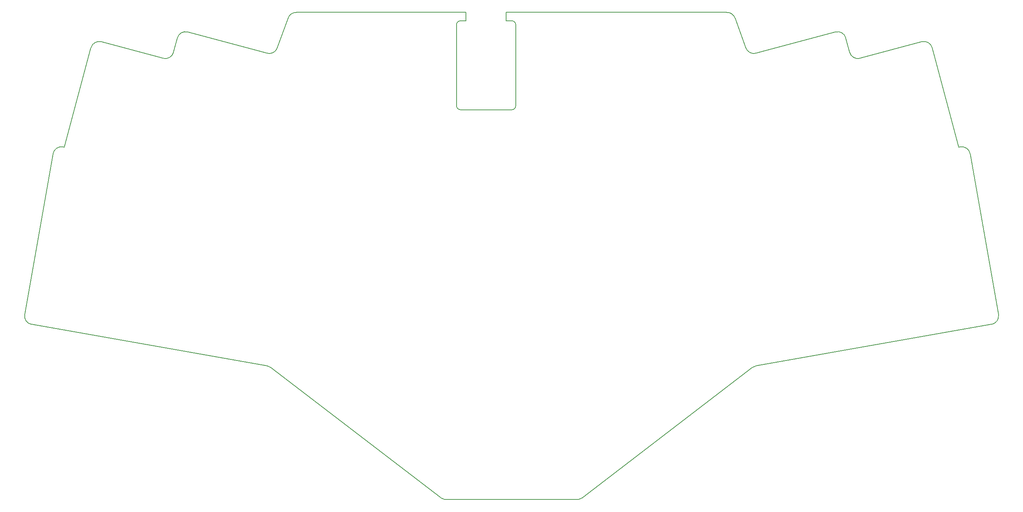
<source format=gbr>
%TF.GenerationSoftware,KiCad,Pcbnew,8.0.7*%
%TF.CreationDate,2025-03-10T17:40:08-07:00*%
%TF.ProjectId,chuck,63687563-6b2e-46b6-9963-61645f706362,v1.3*%
%TF.SameCoordinates,Original*%
%TF.FileFunction,Profile,NP*%
%FSLAX46Y46*%
G04 Gerber Fmt 4.6, Leading zero omitted, Abs format (unit mm)*
G04 Created by KiCad (PCBNEW 8.0.7) date 2025-03-10 17:40:08*
%MOMM*%
%LPD*%
G01*
G04 APERTURE LIST*
%TA.AperFunction,Profile*%
%ADD10C,0.150000*%
%TD*%
G04 APERTURE END LIST*
D10*
X205411380Y-36788471D02*
X207983598Y-43855585D01*
X168514568Y-150329371D02*
X168514564Y-150333826D01*
X72970182Y-44883435D02*
G75*
G02*
X70520685Y-46297687I-1931882J517635D01*
G01*
X151464566Y-37438477D02*
X151464571Y-35463480D01*
X264260461Y-88016149D02*
X267559773Y-106727501D01*
X249476561Y-42394133D02*
G75*
G02*
X251926061Y-43808339I517639J-1931867D01*
G01*
X141964572Y-35463474D02*
X141964564Y-37438476D01*
X168514564Y-150333826D02*
X168485023Y-150333826D01*
X39491682Y-109044403D02*
G75*
G02*
X37869393Y-106727504I347318J1969603D01*
G01*
X140714569Y-58438473D02*
X152714568Y-58438470D01*
X210303666Y-118854151D02*
X265937453Y-109044415D01*
X209433445Y-119237060D02*
G75*
G02*
X210303666Y-118854150I1217455J-1586540D01*
G01*
X152714572Y-37438475D02*
X151464566Y-37438477D01*
X229103127Y-40086710D02*
G75*
G02*
X231552549Y-41500946I517673J-1931690D01*
G01*
X203514569Y-35472585D02*
G75*
G02*
X205411380Y-36788471I17431J-1999915D01*
G01*
X251926051Y-43808338D02*
X258207691Y-67251749D01*
X203514569Y-35472585D02*
X203514569Y-35463472D01*
X234908443Y-46297646D02*
X249476561Y-42394133D01*
X140714569Y-58438473D02*
G75*
G02*
X139714527Y-57438477I31J1000073D01*
G01*
X76326016Y-40086717D02*
X95048511Y-45103391D01*
X141964572Y-35463474D02*
X101914564Y-35463477D01*
X73876523Y-41500931D02*
X72970182Y-44883435D01*
X234908443Y-46297646D02*
G75*
G02*
X232458950Y-44883429I-517643J1931846D01*
G01*
X137509647Y-150333823D02*
G75*
G02*
X136944123Y-150333819I-282747J1979923D01*
G01*
X95125469Y-118854143D02*
G75*
G02*
X95995689Y-119237063I-347169J-1969257D01*
G01*
X73876523Y-41500931D02*
G75*
G02*
X76326036Y-40086641I1931877J-517569D01*
G01*
X95995692Y-119237055D02*
X136009365Y-149940620D01*
X44554819Y-68812397D02*
G75*
G02*
X46871717Y-67190122I1969581J-347303D01*
G01*
X41168792Y-88015531D02*
X44554819Y-68812397D01*
X260874321Y-68812396D02*
X264260347Y-88015522D01*
X169419774Y-149940620D02*
G75*
G02*
X168514564Y-150329346I-1217374J1586520D01*
G01*
X258557401Y-67190085D02*
G75*
G02*
X260874314Y-68812397I347299J-1969615D01*
G01*
X169419774Y-149940620D02*
X209433445Y-119237056D01*
X141964564Y-37438476D02*
X140714572Y-37438474D01*
X97445536Y-43855589D02*
X100017752Y-36788471D01*
X136914570Y-150333821D02*
X136914564Y-150329374D01*
X46871725Y-67190078D02*
X47221447Y-67251751D01*
X136914564Y-150329374D02*
G75*
G02*
X136009356Y-149940631I312336J1975574D01*
G01*
X153714572Y-57438473D02*
G75*
G02*
X152714568Y-58438472I-999972J-27D01*
G01*
X37869362Y-106727499D02*
X41168682Y-88016149D01*
X203514569Y-35463472D02*
X151464571Y-35463480D01*
X210380623Y-45103397D02*
X229103127Y-40086710D01*
X139714570Y-38438467D02*
G75*
G02*
X140714572Y-37438470I999930J67D01*
G01*
X137509647Y-150333823D02*
X167919484Y-150333822D01*
X100017752Y-36788471D02*
G75*
G02*
X101914562Y-35472615I1879348J-684029D01*
G01*
X53503082Y-43808344D02*
G75*
G02*
X55952561Y-42394183I1931818J-517656D01*
G01*
X39491682Y-109044403D02*
X95125469Y-118854143D01*
X152714572Y-37438475D02*
G75*
G02*
X153714525Y-38438479I28J-999925D01*
G01*
X47221447Y-67251751D02*
X53503084Y-43808342D01*
X55952573Y-42394138D02*
X70520693Y-46297656D01*
X139714570Y-38438467D02*
X139714568Y-57438477D01*
X267559773Y-106727501D02*
G75*
G02*
X265937461Y-109044462I-1969673J-347299D01*
G01*
X210380623Y-45103397D02*
G75*
G02*
X207983590Y-43855588I-517623J1931897D01*
G01*
X97445536Y-43855589D02*
G75*
G02*
X95048500Y-45103433I-1879336J683889D01*
G01*
X168485023Y-150333826D02*
G75*
G02*
X167919485Y-150333813I-282723J1979626D01*
G01*
X153714572Y-57438473D02*
X153714561Y-38438479D01*
X232458947Y-44883430D02*
X231552614Y-41500928D01*
X101914564Y-35463477D02*
X101914562Y-35472590D01*
X136944123Y-150333821D02*
X136914570Y-150333821D01*
X258207691Y-67251749D02*
X258557401Y-67190085D01*
M02*

</source>
